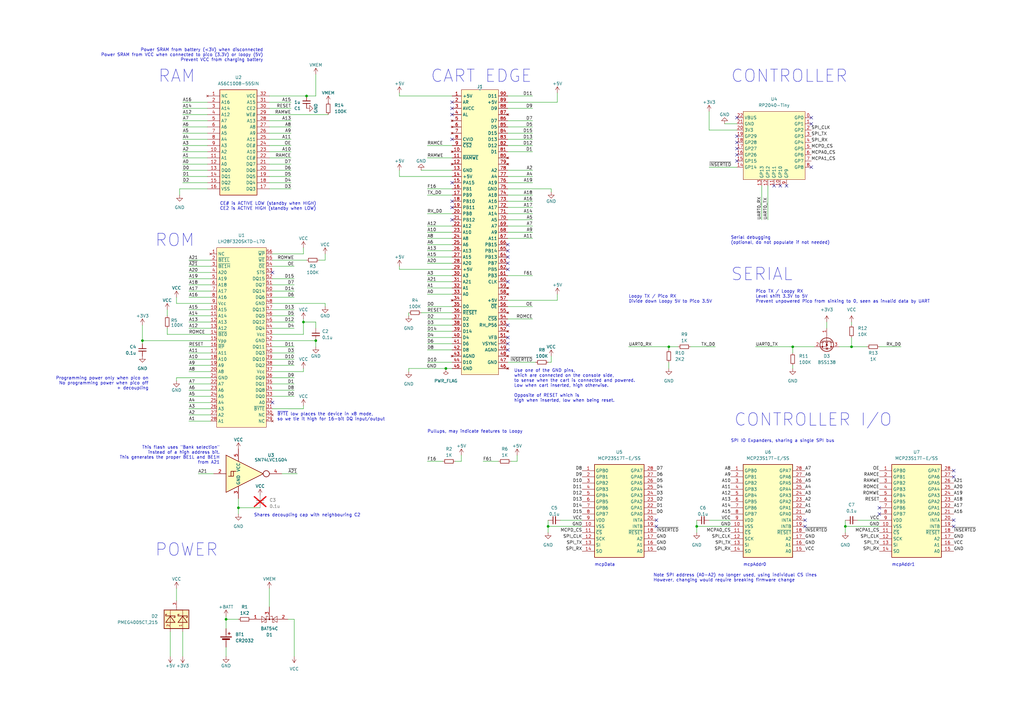
<source format=kicad_sch>
(kicad_sch (version 20250114) (generator "eeschema") (generator_version "9.0")
  (paper "A3")
  (title_block (title "FloopyDrive") (date "2024-01-30") (rev "10") (company "@partlyhuman"))
  (text "Use one of the GND pins,\nwhich are connected on the console side,\nto sense when the cart is connected and powered.\nLow when cart inserted, high otherwise.\n\nOpposite of RESET which is \nhigh when inserted, low when being reset." (at 210.82 165.1 0) (effects (font (size 1.27 1.27)) (justify left bottom)))
  (text "Power SRAM from battery (<3V) when disconnected\nPower SRAM from VCC when connected to pico (3.3V) or loopy (5V)\nPrevent VCC from charging battery" (at 107.95 25.4 0) (effects (font (size 1.27 1.27)) (justify right bottom)))
  (text "POWER" (at 63.5 228.6 0) (effects (font (size 5.08 5.08)) (justify left bottom)))
  (text "RAM" (at 64.77 34.29 0) (effects (font (size 5.08 5.08)) (justify left bottom)))
  (text "Shares decoupling cap with neighbouring C2" (at 104.14 212.09 0) (effects (font (size 1.27 1.27)) (justify left bottom)))
  (text "ROM" (at 63.5 101.6 0) (effects (font (size 5.08 5.08)) (justify left bottom)))
  (text "Loopy TX / Pico RX\nDivide down Loopy 5V to Pico 3.5V" (at 257.81 124.46 0) (effects (font (size 1.27 1.27)) (justify left bottom)))
  (text "CE# is ACTIVE LOW (standby when HIGH)\nCE2 is ACTIVE HIGH (standby when LOW)" (at 90.17 86.36 0) (effects (font (size 1.27 1.27)) (justify left bottom)))
  (text "Note SPI address (A0-A2) no longer used, using individual CS lines\nHowever, changing would require breaking firmware change" (at 267.97 238.76 0) (effects (font (size 1.27 1.27)) (justify left bottom)))
  (text "CART EDGE" (at 176.53 34.29 0) (effects (font (size 5.08 5.08)) (justify left bottom)))
  (text "mcpAddr0" (at 304.8 232.41 0) (effects (font (size 1.27 1.27)) (justify left bottom)))
  (text "mcpAddr1" (at 365.76 232.41 0) (effects (font (size 1.27 1.27)) (justify left bottom)))
  (text "This flash uses \"Bank selection\"\ninstead of a high address bit.\nThis generates the proper BE1L and BE1H\nfrom A21" (at 90.17 190.5 0) (effects (font (size 1.27 1.27)) (justify right bottom)))
  (text "Programming power only when pico on\nNo programming power when pico off\n+ decoupling" (at 60.96 160.02 0) (effects (font (size 1.27 1.27)) (justify right bottom)))
  (text "Pullups, may indicate features to Loopy" (at 175.26 177.8 0) (effects (font (size 1.27 1.27)) (justify left bottom)))
  (text "Serial debugging\n(optional, do not populate if not needed)" (at 299.72 100.33 0) (effects (font (size 1.27 1.27)) (justify left bottom)))
  (text "Pico TX / Loopy RX\nLevel shift 3.3V to 5V\nPrevent unpowered Pico from sinking to 0, seen as invalid data by UART" (at 309.88 124.46 0) (effects (font (size 1.27 1.27)) (justify left bottom)))
  (text "SERIAL" (at 299.72 115.57 0) (effects (font (size 5.08 5.08)) (justify left bottom)))
  (text "SPI IO Expanders, sharing a single SPI bus" (at 299.72 181.61 0) (effects (font (size 1.27 1.27)) (justify left bottom)))
  (text "~{BYTE} low places the device in x8 mode,\nso we tie it high for 16-bit DQ input/output" (at 113.665 172.72 0) (effects (font (size 1.27 1.27)) (justify left bottom)))
  (text "CONTROLLER" (at 299.72 34.29 0) (effects (font (size 5.08 5.08)) (justify left bottom)))
  (text "CONTROLLER I/O" (at 300.99 175.26 0) (effects (font (size 5.08 5.08)) (justify left bottom)))
  (text "mcpData" (at 243.84 232.41 0) (effects (font (size 1.27 1.27)) (justify left bottom)))
  (junction (at 129.54 139.7))
  (junction (at 125.73 39.37))
  (junction (at 274.32 142.24))
  (junction (at 346.71 215.9))
  (junction (at 182.88 151.13))
  (junction (at 224.79 215.9))
  (junction (at 285.75 215.9))
  (junction (at 97.79 208.28))
  (junction (at 124.46 132.08))
  (junction (at 58.42 139.7))
  (junction (at 325.12 142.24))
  (junction (at 92.71 254))
  (junction (at 349.25 142.24))
  (no_connect (at 322.58 76.2))
  (no_connect (at 302.26 55.88))
  (no_connect (at 391.16 215.9))
  (no_connect (at 302.26 58.42))
  (no_connect (at 269.24 213.36))
  (no_connect (at 330.2 215.9))
  (no_connect (at 185.42 44.45))
  (no_connect (at 185.42 85.09))
  (no_connect (at 391.16 213.36))
  (no_connect (at 208.28 107.95))
  (no_connect (at 185.42 74.93))
  (no_connect (at 391.16 193.04))
  (no_connect (at 332.74 48.26))
  (no_connect (at 302.26 66.04))
  (no_connect (at 302.26 63.5))
  (no_connect (at 111.76 111.76))
  (no_connect (at 391.16 195.58))
  (no_connect (at 317.5 76.2))
  (no_connect (at 208.28 102.87))
  (no_connect (at 208.28 143.51))
  (no_connect (at 269.24 215.9))
  (no_connect (at 330.2 213.36))
  (no_connect (at 185.42 90.17))
  (no_connect (at 208.28 105.41))
  (no_connect (at 360.68 210.82))
  (no_connect (at 208.28 133.35))
  (no_connect (at 302.26 48.26))
  (no_connect (at 185.42 57.15))
  (no_connect (at 185.42 46.99))
  (no_connect (at 208.28 138.43))
  (no_connect (at 302.26 60.96))
  (no_connect (at 208.28 100.33))
  (no_connect (at 332.74 68.58))
  (no_connect (at 185.42 41.91))
  (no_connect (at 320.04 76.2))
  (no_connect (at 208.28 110.49))
  (no_connect (at 185.42 82.55))
  (no_connect (at 208.28 115.57))
  (no_connect (at 208.28 140.97))
  (no_connect (at 111.76 165.1))
  (no_connect (at 360.68 208.28))
  (no_connect (at 332.74 50.8))
  (wire (pts (xy 167.64 152.4) (xy 167.64 151.13)))
  (wire (pts (xy 74.93 52.07) (xy 85.09 52.07)))
  (wire (pts (xy 72.39 241.3) (xy 72.39 246.38)))
  (wire (pts (xy 111.76 129.54) (xy 120.65 129.54)))
  (wire (pts (xy 290.83 53.34) (xy 302.26 53.34)))
  (wire (pts (xy 175.26 100.33) (xy 185.42 100.33)))
  (wire (pts (xy 74.93 46.99) (xy 85.09 46.99)))
  (wire (pts (xy 77.47 144.78) (xy 86.36 144.78)))
  (wire (pts (xy 208.28 97.79) (xy 218.44 97.79)))
  (wire (pts (xy 111.76 162.56) (xy 120.65 162.56)))
  (wire (pts (xy 208.28 59.69) (xy 218.44 59.69)))
  (wire (pts (xy 72.39 124.46) (xy 86.36 124.46)))
  (wire (pts (xy 77.47 119.38) (xy 86.36 119.38)))
  (wire (pts (xy 77.47 116.84) (xy 86.36 116.84)))
  (wire (pts (xy 111.76 121.92) (xy 120.65 121.92)))
  (wire (pts (xy 167.64 129.54) (xy 167.64 128.27)))
  (wire (pts (xy 228.6 41.91) (xy 228.6 38.1)))
  (wire (pts (xy 208.28 49.53) (xy 218.44 49.53)))
  (wire (pts (xy 175.26 133.35) (xy 185.42 133.35)))
  (wire (pts (xy 175.26 120.65) (xy 185.42 120.65)))
  (wire (pts (xy 110.49 241.3) (xy 110.49 248.92)))
  (wire (pts (xy 325.12 142.24) (xy 334.01 142.24)))
  (wire (pts (xy 74.93 41.91) (xy 85.09 41.91)))
  (wire (pts (xy 129.54 30.48) (xy 129.54 39.37)))
  (wire (pts (xy 312.42 76.2) (xy 312.42 90.17)))
  (wire (pts (xy 74.93 54.61) (xy 85.09 54.61)))
  (wire (pts (xy 167.64 151.13) (xy 182.88 151.13)))
  (wire (pts (xy 208.28 54.61) (xy 218.44 54.61)))
  (wire (pts (xy 175.26 92.71) (xy 185.42 92.71)))
  (wire (pts (xy 229.87 213.36) (xy 238.76 213.36)))
  (wire (pts (xy 111.76 154.94) (xy 120.65 154.94)))
  (wire (pts (xy 74.93 44.45) (xy 85.09 44.45)))
  (wire (pts (xy 175.26 138.43) (xy 185.42 138.43)))
  (wire (pts (xy 110.49 44.45) (xy 119.38 44.45)))
  (wire (pts (xy 77.47 152.4) (xy 86.36 152.4)))
  (wire (pts (xy 124.46 130.81) (xy 124.46 132.08)))
  (wire (pts (xy 97.79 208.28) (xy 106.68 208.28)))
  (wire (pts (xy 111.76 160.02) (xy 120.65 160.02)))
  (wire (pts (xy 189.23 189.23) (xy 189.23 186.69)))
  (wire (pts (xy 77.47 132.08) (xy 86.36 132.08)))
  (wire (pts (xy 325.12 149.86) (xy 325.12 151.13)))
  (wire (pts (xy 208.28 52.07) (xy 218.44 52.07)))
  (wire (pts (xy 208.28 113.03) (xy 218.44 113.03)))
  (wire (pts (xy 72.39 154.94) (xy 86.36 154.94)))
  (wire (pts (xy 111.76 127) (xy 120.65 127)))
  (wire (pts (xy 226.06 146.05) (xy 226.06 148.59)))
  (wire (pts (xy 74.93 49.53) (xy 85.09 49.53)))
  (wire (pts (xy 175.26 97.79) (xy 185.42 97.79)))
  (wire (pts (xy 344.17 142.24) (xy 349.25 142.24)))
  (wire (pts (xy 77.47 149.86) (xy 86.36 149.86)))
  (wire (pts (xy 111.76 132.08) (xy 120.65 132.08)))
  (wire (pts (xy 175.26 80.01) (xy 185.42 80.01)))
  (wire (pts (xy 111.76 124.46) (xy 133.35 124.46)))
  (wire (pts (xy 175.26 125.73) (xy 185.42 125.73)))
  (wire (pts (xy 163.83 110.49) (xy 185.42 110.49)))
  (wire (pts (xy 124.46 132.08) (xy 124.46 137.16)))
  (wire (pts (xy 208.28 123.19) (xy 228.6 123.19)))
  (wire (pts (xy 346.71 213.36) (xy 346.71 215.9)))
  (wire (pts (xy 77.47 106.68) (xy 86.36 106.68)))
  (wire (pts (xy 224.79 213.36) (xy 224.79 215.9)))
  (wire (pts (xy 133.35 124.46) (xy 133.35 125.73)))
  (wire (pts (xy 115.57 194.31) (xy 121.92 194.31)))
  (wire (pts (xy 68.58 127) (xy 68.58 129.54)))
  (wire (pts (xy 119.38 77.47) (xy 110.49 77.47)))
  (wire (pts (xy 129.54 134.62) (xy 129.54 132.08)))
  (wire (pts (xy 274.32 142.24) (xy 278.13 142.24)))
  (wire (pts (xy 74.93 67.31) (xy 85.09 67.31)))
  (wire (pts (xy 208.28 62.23) (xy 218.44 62.23)))
  (wire (pts (xy 92.71 254) (xy 92.71 257.81)))
  (wire (pts (xy 208.28 77.47) (xy 226.06 77.47)))
  (wire (pts (xy 77.47 114.3) (xy 86.36 114.3)))
  (wire (pts (xy 92.71 252.73) (xy 92.71 254)))
  (wire (pts (xy 208.28 72.39) (xy 218.44 72.39)))
  (wire (pts (xy 74.93 62.23) (xy 85.09 62.23)))
  (wire (pts (xy 198.12 189.23) (xy 204.47 189.23)))
  (wire (pts (xy 77.47 170.18) (xy 86.36 170.18)))
  (wire (pts (xy 77.47 134.62) (xy 86.36 134.62)))
  (wire (pts (xy 175.26 64.77) (xy 185.42 64.77)))
  (wire (pts (xy 92.71 265.43) (xy 92.71 269.24)))
  (wire (pts (xy 224.79 215.9) (xy 238.76 215.9)))
  (wire (pts (xy 163.83 72.39) (xy 185.42 72.39)))
  (wire (pts (xy 68.58 137.16) (xy 86.36 137.16)))
  (wire (pts (xy 163.83 39.37) (xy 185.42 39.37)))
  (wire (pts (xy 119.38 57.15) (xy 110.49 57.15)))
  (wire (pts (xy 133.35 106.68) (xy 133.35 104.14)))
  (wire (pts (xy 346.71 215.9) (xy 346.71 218.44)))
  (wire (pts (xy 257.81 142.24) (xy 274.32 142.24)))
  (wire (pts (xy 74.93 72.39) (xy 85.09 72.39)))
  (wire (pts (xy 119.38 69.85) (xy 110.49 69.85)))
  (wire (pts (xy 290.83 68.58) (xy 302.26 68.58)))
  (wire (pts (xy 74.93 64.77) (xy 85.09 64.77)))
  (wire (pts (xy 74.93 69.85) (xy 85.09 69.85)))
  (wire (pts (xy 77.47 162.56) (xy 86.36 162.56)))
  (wire (pts (xy 119.38 54.61) (xy 110.49 54.61)))
  (wire (pts (xy 92.71 254) (xy 97.79 254)))
  (wire (pts (xy 110.49 41.91) (xy 119.38 41.91)))
  (wire (pts (xy 97.79 204.47) (xy 97.79 208.28)))
  (wire (pts (xy 72.39 124.46) (xy 72.39 121.92)))
  (wire (pts (xy 339.09 132.08) (xy 339.09 134.62)))
  (wire (pts (xy 77.47 121.92) (xy 86.36 121.92)))
  (wire (pts (xy 175.26 148.59) (xy 185.42 148.59)))
  (wire (pts (xy 208.28 39.37) (xy 218.44 39.37)))
  (wire (pts (xy 175.26 105.41) (xy 185.42 105.41)))
  (wire (pts (xy 274.32 142.24) (xy 274.32 143.51)))
  (wire (pts (xy 274.32 148.59) (xy 274.32 151.13)))
  (wire (pts (xy 111.76 104.14) (xy 124.46 104.14)))
  (wire (pts (xy 175.26 87.63) (xy 185.42 87.63)))
  (wire (pts (xy 74.93 74.93) (xy 85.09 74.93)))
  (wire (pts (xy 290.83 45.72) (xy 290.83 53.34)))
  (wire (pts (xy 175.26 102.87) (xy 185.42 102.87)))
  (wire (pts (xy 119.38 72.39) (xy 110.49 72.39)))
  (wire (pts (xy 186.69 189.23) (xy 189.23 189.23)))
  (wire (pts (xy 77.47 167.64) (xy 86.36 167.64)))
  (wire (pts (xy 111.76 116.84) (xy 120.65 116.84)))
  (wire (pts (xy 325.12 142.24) (xy 325.12 144.78)))
  (wire (pts (xy 119.38 62.23) (xy 110.49 62.23)))
  (wire (pts (xy 208.28 41.91) (xy 228.6 41.91)))
  (wire (pts (xy 119.38 74.93) (xy 110.49 74.93)))
  (wire (pts (xy 77.47 147.32) (xy 86.36 147.32)))
  (wire (pts (xy 175.26 113.03) (xy 185.42 113.03)))
  (wire (pts (xy 285.75 215.9) (xy 285.75 218.44)))
  (wire (pts (xy 208.28 130.81) (xy 218.44 130.81)))
  (wire (pts (xy 208.28 69.85) (xy 218.44 69.85)))
  (wire (pts (xy 124.46 101.6) (xy 124.46 104.14)))
  (wire (pts (xy 111.76 144.78) (xy 120.65 144.78)))
  (wire (pts (xy 119.38 52.07) (xy 110.49 52.07)))
  (wire (pts (xy 228.6 123.19) (xy 228.6 120.65)))
  (wire (pts (xy 119.38 49.53) (xy 110.49 49.53)))
  (wire (pts (xy 124.46 167.64) (xy 124.46 166.37)))
  (wire (pts (xy 175.26 130.81) (xy 185.42 130.81)))
  (wire (pts (xy 111.76 142.24) (xy 120.65 142.24)))
  (wire (pts (xy 77.47 129.54) (xy 86.36 129.54)))
  (wire (pts (xy 58.42 139.7) (xy 86.36 139.7)))
  (wire (pts (xy 73.66 80.01) (xy 73.66 77.47)))
  (wire (pts (xy 208.28 74.93) (xy 218.44 74.93)))
  (wire (pts (xy 163.83 110.49) (xy 163.83 109.22)))
  (wire (pts (xy 129.54 139.7) (xy 129.54 142.24)))
  (wire (pts (xy 163.83 39.37) (xy 163.83 38.1)))
  (wire (pts (xy 349.25 142.24) (xy 355.6 142.24)))
  (wire (pts (xy 175.26 135.89) (xy 185.42 135.89)))
  (wire (pts (xy 283.21 142.24) (xy 293.37 142.24)))
  (wire (pts (xy 212.09 189.23) (xy 212.09 186.69)))
  (wire (pts (xy 285.75 215.9) (xy 299.72 215.9)))
  (wire (pts (xy 297.18 50.8) (xy 302.26 50.8)))
  (wire (pts (xy 175.26 189.23) (xy 181.61 189.23)))
  (wire (pts (xy 73.66 77.47) (xy 85.09 77.47)))
  (wire (pts (xy 226.06 77.47) (xy 226.06 78.74)))
  (wire (pts (xy 208.28 57.15) (xy 218.44 57.15)))
  (wire (pts (xy 111.76 167.64) (xy 124.46 167.64)))
  (wire (pts (xy 124.46 152.4) (xy 124.46 151.13)))
  (wire (pts (xy 77.47 157.48) (xy 86.36 157.48)))
  (wire (pts (xy 349.25 132.08) (xy 349.25 133.35)))
  (wire (pts (xy 208.28 80.01) (xy 218.44 80.01)))
  (wire (pts (xy 58.42 140.97) (xy 58.42 139.7)))
  (wire (pts (xy 346.71 215.9) (xy 360.68 215.9)))
  (wire (pts (xy 110.49 46.99) (xy 134.62 46.99)))
  (wire (pts (xy 110.49 39.37) (xy 125.73 39.37)))
  (wire (pts (xy 208.28 87.63) (xy 218.44 87.63)))
  (wire (pts (xy 120.65 254) (xy 118.11 254)))
  (wire (pts (xy 226.06 148.59) (xy 224.79 148.59)))
  (wire (pts (xy 208.28 82.55) (xy 218.44 82.55)))
  (wire (pts (xy 175.26 107.95) (xy 185.42 107.95)))
  (wire (pts (xy 77.47 109.22) (xy 86.36 109.22)))
  (wire (pts (xy 97.79 208.28) (xy 97.79 210.82)))
  (wire (pts (xy 111.76 152.4) (xy 124.46 152.4)))
  (wire (pts (xy 182.88 151.13) (xy 185.42 151.13)))
  (wire (pts (xy 285.75 213.36) (xy 285.75 215.9)))
  (wire (pts (xy 111.76 119.38) (xy 120.65 119.38)))
  (wire (pts (xy 175.26 95.25) (xy 185.42 95.25)))
  (wire (pts (xy 208.28 44.45) (xy 218.44 44.45)))
  (wire (pts (xy 314.96 76.2) (xy 314.96 90.17)))
  (wire (pts (xy 163.83 69.85) (xy 163.83 72.39)))
  (wire (pts (xy 208.28 125.73) (xy 218.44 125.73)))
  (wire (pts (xy 111.76 139.7) (xy 129.54 139.7)))
  (wire (pts (xy 74.93 259.08) (xy 74.93 269.24)))
  (wire (pts (xy 77.47 165.1) (xy 86.36 165.1)))
  (wire (pts (xy 130.81 106.68) (xy 133.35 106.68)))
  (wire (pts (xy 208.28 148.59) (xy 219.71 148.59)))
  (wire (pts (xy 299.72 213.36) (xy 290.83 213.36)))
  (wire (pts (xy 111.76 157.48) (xy 120.65 157.48)))
  (wire (pts (xy 111.76 134.62) (xy 120.65 134.62)))
  (wire (pts (xy 72.39 154.94) (xy 72.39 156.21)))
  (wire (pts (xy 110.49 64.77) (xy 119.38 64.77)))
  (wire (pts (xy 111.76 114.3) (xy 120.65 114.3)))
  (wire (pts (xy 68.58 134.62) (xy 68.58 137.16)))
  (wire (pts (xy 208.28 85.09) (xy 218.44 85.09)))
  (wire (pts (xy 77.47 142.24) (xy 86.36 142.24)))
  (wire (pts (xy 81.28 194.31) (xy 87.63 194.31)))
  (wire (pts (xy 175.26 143.51) (xy 185.42 143.51)))
  (wire (pts (xy 309.88 142.24) (xy 325.12 142.24)))
  (wire (pts (xy 175.26 115.57) (xy 185.42 115.57)))
  (wire (pts (xy 172.72 69.85) (xy 185.42 69.85)))
  (wire (pts (xy 349.25 138.43) (xy 349.25 142.24)))
  (wire (pts (xy 77.47 172.72) (xy 86.36 172.72)))
  (wire (pts (xy 208.28 92.71) (xy 218.44 92.71)))
  (wire (pts (xy 119.38 59.69) (xy 110.49 59.69)))
  (wire (pts (xy 209.55 189.23) (xy 212.09 189.23)))
  (wire (pts (xy 175.26 77.47) (xy 185.42 77.47)))
  (wire (pts (xy 111.76 147.32) (xy 120.65 147.32)))
  (wire (pts (xy 175.26 118.11) (xy 185.42 118.11)))
  (wire (pts (xy 124.46 132.08) (xy 129.54 132.08)))
  (wire (pts (xy 69.85 259.08) (xy 69.85 269.24)))
  (wire (pts (xy 360.68 142.24) (xy 369.57 142.24)))
  (wire (pts (xy 120.65 269.24) (xy 120.65 254)))
  (wire (pts (xy 208.28 95.25) (xy 218.44 95.25)))
  (wire (pts (xy 74.93 59.69) (xy 85.09 59.69)))
  (wire (pts (xy 77.47 111.76) (xy 86.36 111.76)))
  (wire (pts (xy 111.76 106.68) (xy 125.73 106.68)))
  (wire (pts (xy 172.72 128.27) (xy 185.42 128.27)))
  (wire (pts (xy 111.76 137.16) (xy 124.46 137.16)))
  (wire (pts (xy 175.26 140.97) (xy 185.42 140.97)))
  (wire (pts (xy 129.54 39.37) (xy 125.73 39.37)))
  (wire (pts (xy 175.26 59.69) (xy 185.42 59.69)))
  (wire (pts (xy 224.79 215.9) (xy 224.79 218.44)))
  (wire (pts (xy 111.76 149.86) (xy 120.65 149.86)))
  (wire (pts (xy 111.76 109.22) (xy 120.65 109.22)))
  (wire (pts (xy 77.47 160.02) (xy 86.36 160.02)))
  (wire (pts (xy 119.38 67.31) (xy 110.49 67.31)))
  (wire (pts (xy 58.42 133.35) (xy 58.42 139.7)))
  (wire (pts (xy 74.93 57.15) (xy 85.09 57.15)))
  (wire (pts (xy 208.28 90.17) (xy 218.44 90.17)))
  (wire (pts (xy 77.47 127) (xy 86.36 127)))
  (wire (pts (xy 360.68 213.36) (xy 351.79 213.36)))
  (label "A4" (at 74.93 57.15 0))
  (label "A18" (at 391.16 205.74 0))
  (label "D12" (at 238.76 203.2 180))
  (label "D6" (at 269.24 195.58 0))
  (label "D4" (at 269.24 200.66 0))
  (label "GND" (at 330.2 220.98 0))
  (label "SPI_TX" (at 238.76 223.52 180))
  (label "A1" (at 175.26 118.11 0))
  (label "F16" (at 175.26 189.23 0))
  (label "A3" (at 74.93 59.69 0))
  (label "A1" (at 74.93 64.77 0))
  (label "MCPD_CS" (at 238.76 218.44 180))
  (label "UART0_RX" (at 312.42 90.17 90))
  (label "OE" (at 119.38 59.69 180))
  (label "RX_D0" (at 175.26 87.63 0))
  (label "D9" (at 120.65 154.94 180))
  (label "A5" (at 330.2 198.12 0))
  (label "D5" (at 120.65 129.54 180))
  (label "A0" (at 175.26 120.65 0))
  (label "D7" (at 218.44 49.53 180))
  (label "A21" (at 391.16 198.12 0))
  (label "A11" (at 119.38 57.15 180))
  (label "MCPA0_CS" (at 332.74 63.5 0))
  (label "SPI_CLK" (at 299.72 220.98 180))
  (label "D8" (at 238.76 193.04 180))
  (label "RESET" (at 360.68 205.74 180))
  (label "D0" (at 175.26 125.73 0))
  (label "A16" (at 77.47 121.92 0))
  (label "D9" (at 238.76 195.58 180))
  (label "~{A21}" (at 77.47 109.22 0))
  (label "VCC" (at 330.2 226.06 0))
  (label "A8" (at 77.47 152.4 0))
  (label "SPI_RX" (at 332.74 58.42 0))
  (label "D2" (at 120.65 149.86 180))
  (label "D7" (at 119.38 67.31 180))
  (label "D1" (at 218.44 62.23 180))
  (label "D5" (at 119.38 72.39 180))
  (label "A7" (at 218.44 92.71 180))
  (label "A11" (at 299.72 200.66 180))
  (label "D7" (at 269.24 193.04 0))
  (label "MCPA1_CS" (at 360.68 218.44 180))
  (label "A18" (at 77.47 116.84 0))
  (label "D0" (at 269.24 210.82 0))
  (label "A2" (at 77.47 170.18 0))
  (label "SPI_TX" (at 299.72 223.52 180))
  (label "ROMWE" (at 120.65 106.68 180))
  (label "D14" (at 120.65 119.38 180))
  (label "A13" (at 299.72 205.74 180))
  (label "A9" (at 299.72 195.58 180))
  (label "SPI_RX" (at 238.76 226.06 180))
  (label "RX_D0" (at 369.57 142.24 180))
  (label "SPI_TX" (at 360.68 223.52 180))
  (label "OE" (at 120.65 109.22 180))
  (label "VCC" (at 360.68 213.36 180))
  (label "D8" (at 175.26 143.51 0))
  (label "A12" (at 77.47 134.62 0))
  (label "GND" (at 269.24 223.52 0))
  (label "RAMWE" (at 119.38 46.99 180))
  (label "MCPA0_CS" (at 299.72 218.44 180))
  (label "A15" (at 175.26 105.41 0))
  (label "SPI_RX" (at 360.68 226.06 180))
  (label "A5" (at 218.44 90.17 180))
  (label "SPI_CLK" (at 238.76 220.98 180))
  (label "GND" (at 238.76 215.9 180))
  (label "UART0_RX" (at 257.81 142.24 0))
  (label "D10" (at 175.26 148.59 0))
  (label "D3" (at 175.26 133.35 0))
  (label "ROMCE" (at 77.47 137.16 0))
  (label "A20" (at 77.47 111.76 0))
  (label "D1" (at 74.93 72.39 0))
  (label "A9" (at 218.44 95.25 180))
  (label "MCPD_CS" (at 332.74 60.96 0))
  (label "A14" (at 77.47 129.54 0))
  (label "A10" (at 119.38 62.23 180))
  (label "A10" (at 175.26 95.25 0))
  (label "~{INSERTED}" (at 218.44 148.59 180))
  (label "A15" (at 77.47 127 0))
  (label "ROMCE" (at 360.68 200.66 180))
  (label "D14" (at 238.76 208.28 180))
  (label "D13" (at 120.65 127 180))
  (label "D7" (at 120.65 116.84 180))
  (label "F61" (at 218.44 113.03 180))
  (label "A13" (at 175.26 102.87 0))
  (label "RESET" (at 119.38 44.45 180))
  (label "D3" (at 119.38 77.47 180))
  (label "A4" (at 330.2 200.66 0))
  (label "A7" (at 77.47 157.48 0))
  (label "SPI_CLK" (at 332.74 53.34 0))
  (label "A21" (at 175.26 115.57 0))
  (label "A14" (at 218.44 87.63 180))
  (label "A0" (at 330.2 210.82 0))
  (label "D11" (at 238.76 200.66 180))
  (label "GND" (at 391.16 220.98 0))
  (label "OE" (at 218.44 125.73 180))
  (label "D15" (at 238.76 210.82 180))
  (label "A8" (at 119.38 52.07 180))
  (label "A2" (at 330.2 205.74 0))
  (label "A8" (at 299.72 193.04 180))
  (label "A16" (at 391.16 210.82 0))
  (label "A11" (at 77.47 144.78 0))
  (label "D6" (at 119.38 69.85 180))
  (label "~{INSERTED}" (at 290.83 68.58 0))
  (label "A1" (at 77.47 172.72 0))
  (label "A6" (at 175.26 100.33 0))
  (label "F16" (at 175.26 77.47 0))
  (label "UART0_TX" (at 309.88 142.24 0))
  (label "D12" (at 218.44 59.69 180))
  (label "A16" (at 74.93 41.91 0))
  (label "D3" (at 269.24 203.2 0))
  (label "A21" (at 81.28 194.31 0))
  (label "A10" (at 299.72 198.12 180))
  (label "D11" (at 218.44 39.37 180))
  (label "A3" (at 175.26 113.03 0))
  (label "~{INSERTED}" (at 391.16 218.44 0))
  (label "A21" (at 77.47 106.68 0))
  (label "A11" (at 218.44 97.79 180))
  (label "SPI_TX" (at 332.74 55.88 0))
  (label "GND" (at 360.68 215.9 180))
  (label "A12" (at 299.72 203.2 180))
  (label "A19" (at 77.47 114.3 0))
  (label "A12" (at 175.26 92.71 0))
  (label "D15" (at 120.65 114.3 180))
  (label "D8" (at 120.65 160.02 180))
  (label "A5" (at 77.47 162.56 0))
  (label "GND" (at 391.16 226.06 0))
  (label "A13" (at 119.38 49.53 180))
  (label "A3" (at 330.2 203.2 0))
  (label "A18" (at 218.44 80.01 180))
  (label "D0" (at 120.65 162.56 180))
  (label "A6" (at 330.2 195.58 0))
  (label "RAMCE" (at 119.38 64.77 180))
  (label "D2" (at 269.24 205.74 0))
  (label "TX_D0" (at 175.26 80.01 0))
  (label "D13" (at 238.76 205.74 180))
  (label "A0" (at 74.93 67.31 0))
  (label "ROMWE" (at 360.68 203.2 180))
  (label "A15" (at 119.38 41.91 180))
  (label "VCC" (at 238.76 213.36 180))
  (label "A14" (at 74.93 44.45 0))
  (label "GND" (at 269.24 226.06 0))
  (label "~{A21}" (at 121.92 194.31 180))
  (label "D6" (at 120.65 121.92 180))
  (label "D1" (at 269.24 208.28 0))
  (label "A4" (at 218.44 72.39 180))
  (label "A8" (at 175.26 97.79 0))
  (label "D5" (at 218.44 52.07 180))
  (label "D2" (at 74.93 74.93 0))
  (label "D9" (at 218.44 44.45 180))
  (label "A10" (at 77.47 147.32 0))
  (label "D0" (at 74.93 69.85 0))
  (label "D10" (at 238.76 198.12 180))
  (label "SPI_RX" (at 299.72 226.06 180))
  (label "GND" (at 179.07 151.13 180))
  (label "D1" (at 120.65 157.48 180))
  (label "A16" (at 218.44 82.55 180))
  (label "GND" (at 299.72 215.9 180))
  (label "A5" (at 74.93 54.61 0))
  (label "VCC" (at 391.16 223.52 0))
  (label "A6" (at 74.93 52.07 0))
  (label "A2" (at 74.93 62.23 0))
  (label "D2" (at 175.26 130.81 0))
  (label "TX_D0" (at 293.37 142.24 180))
  (label "A9" (at 119.38 54.61 180))
  (label "~{INSERTED}" (at 330.2 218.44 0))
  (label "D12" (at 120.65 132.08 180))
  (label "A3" (at 77.47 167.64 0))
  (label "MCPA1_CS" (at 332.74 66.04 0))
  (label "UART0_TX" (at 314.96 90.17 90))
  (label "A2" (at 218.44 69.85 180))
  (label "A9" (at 77.47 149.86 0))
  (label "A7" (at 330.2 193.04 0))
  (label "A6" (at 77.47 160.02 0))
  (label "A12" (at 74.93 46.99 0))
  (label "D15" (at 218.44 54.61 180))
  (label "A19" (at 218.44 74.93 180))
  (label "VCC" (at 299.72 213.36 180))
  (label "A7" (at 74.93 49.53 0))
  (label "GND" (at 269.24 220.98 0))
  (label "D13" (at 218.44 57.15 180))
  (label "A17" (at 391.16 208.28 0))
  (label "A20" (at 175.26 107.95 0))
  (label "D4" (at 119.38 74.93 180))
  (label "D11" (at 120.65 142.24 180))
  (label "A13" (at 77.47 132.08 0))
  (label "A15" (at 299.72 210.82 180))
  (label "D14" (at 175.26 135.89 0))
  (label "D6" (at 175.26 140.97 0))
  (label "D10" (at 120.65 147.32 180))
  (label "A19" (at 391.16 203.2 0))
  (label "RAMCE" (at 175.26 59.69 0))
  (label "A17" (at 77.47 119.38 0))
  (label "F61" (at 198.12 189.23 0))
  (label "GND" (at 330.2 223.52 0))
  (label "RESET" (at 175.26 128.27 0))
  (label "A20" (at 391.16 200.66 0))
  (label "D3" (at 120.65 144.78 180))
  (label "D4" (at 120.65 134.62 180))
  (label "ROMCE" (at 218.44 130.81 180))
  (label "OE" (at 360.68 193.04 180))
  (label "A17" (at 218.44 85.09 180))
  (label "RAMWE" (at 175.26 64.77 0))
  (label "SPI_CLK" (at 360.68 220.98 180))
  (label "~{INSERTED}" (at 269.24 218.44 0))
  (label "RAMCE" (at 360.68 195.58 180))
  (label "A4" (at 77.47 165.1 0))
  (label "RESET" (at 77.47 142.24 0))
  (label "A14" (at 299.72 208.28 180))
  (label "D4" (at 175.26 138.43 0))
  (label "A1" (at 330.2 208.28 0))
  (label "D5" (at 269.24 198.12 0))
  (label "RAMWE" (at 360.68 198.12 180))
  (symbol (lib_id "Device:C_Small") (at 58.42 143.51 0) (unit 1)
    (property "Reference" "C4" (at 55.88 142.2463 0) (effects (justify right)))
    (property "Value" "0.1u" (at 55.88 144.7863 0) (effects (justify right)))
    (property "Footprint" "Capacitor_SMD:C_0805_2012Metric_Pad1.18x1.45mm_HandSolder" (effects (hide yes)))
  )
  (symbol (lib_id "power:+5V") (at 69.85 269.24 0) (mirror x) (unit 1)
    (property "Reference" "#PWR045" (effects (hide yes)))
    (property "Value" "+5V" (at 69.85 273.05 0))
  )
  (symbol (lib_id "power:VCC") (at 124.46 101.6 0) (mirror y) (unit 1)
    (property "Reference" "#PWR019" (effects (hide yes)))
    (property "Value" "VCC" (at 124.46 97.79 0))
  )
  (symbol (lib_id "Device:R_Small") (at 128.27 106.68 270) (mirror x) (unit 1)
    (property "Reference" "R3" (at 128.27 109.22 90))
    (property "Value" "100K" (at 128.27 111.76 90))
    (property "Footprint" "Resistor_SMD:R_0805_2012Metric_Pad1.20x1.40mm_HandSolder" (effects (hide yes)))
  )
  (symbol (lib_id "power:VCC") (at 124.46 130.81 0) (unit 1)
    (property "Reference" "#PWR018" (effects (hide yes)))
    (property "Value" "VCC" (at 124.46 127 0))
  )
  (symbol (lib_id "power:+BATT") (at 92.71 252.73 0) (mirror y) (unit 1)
    (property "Reference" "#PWR015" (effects (hide yes)))
    (property "Value" "+BATT" (at 92.71 248.92 0))
  )
  (symbol (lib_id "power:GND") (at 167.64 129.54 0) (unit 1)
    (property "Reference" "#PWR05" (effects (hide yes)))
    (property "Value" "GND" (at 167.64 134.62 0))
  )
  (symbol (lib_id "74xGxx:SN74LVC1G14DBV") (at 97.79 194.31 0) (unit 1)
    (property "Reference" "U3" (at 111.125 186.69 0))
    (property "Value" "SN74LVC1G04" (at 111.125 188.611 0))
    (property "Footprint" "Package_TO_SOT_SMD:SOT-23-5" (effects (hide yes)))
    (property "Datasheet" "http://www.ti.com/lit/ds/symlink/sn74lvc1g14.pdf" (effects (hide yes)))
  )
  (symbol (lib_id "power:GND") (at 297.18 50.8 180) (unit 1)
    (property "Reference" "#PWR035" (effects (hide yes)))
    (property "Value" "GND" (at 297.18 46.99 0))
  )
  (symbol (lib_id "power:VMEM") (at 134.62 41.91 0) (unit 1)
    (property "Reference" "#PWR09" (effects (hide yes)))
    (property "Value" "VMEM" (at 134.62 38.1 0))
  )
  (symbol (lib_id "Device:C_Small") (at 129.54 137.16 0) (mirror y) (unit 1)
    (property "Reference" "C2" (at 132.08 135.89 0) (effects (justify right)))
    (property "Value" "0.1u" (at 132.08 138.43 0) (effects (justify right)))
    (property "Footprint" "Capacitor_SMD:C_0805_2012Metric_Pad1.18x1.45mm_HandSolder" (effects (hide yes)))
  )
  (symbol (lib_id "LOOPY_SRAM:AS6C1008-55SIN") (at 85.09 39.37 0) (unit 1)
    (property "Reference" "U2" (at 97.79 31.75 0))
    (property "Value" "AS6C1008-55SIN" (at 97.79 34.29 0))
    (property "Footprint" "LOOPY_SRAM:SOIC127P1410X300-32N" (effects (hide yes)))
    (property "Datasheet" "https://componentsearchengine.com/Datasheets/2/AS6C1008-55SIN.pdf" (effects (hide yes)))
    (property "Height" "2.997" (effects (hide yes)))
    (property "Manufacturer_Name" "Alliance Memory" (effects (hide yes)))
    (property "Manufacturer_Part_Number" "AS6C1008-55SIN" (effects (hide yes)))
    (property "Mouser Part Number" "913-AS6C1008-55SIN" (effects (hide yes)))
    (property "Mouser Price/Stock" "https://www.mouser.co.uk/ProductDetail/Alliance-Memory/AS6C1008-55SIN?qs=E5c5%252Bmu3i3%2Fl%252BBumPw8Ghw%3D%3D" (effects (hide yes)))
  )
  (symbol (lib_id "LOOPY_Diode:PMEG2005CT_215") (at 72.39 254 270) (mirror x) (unit 1)
    (property "Reference" "D2" (at 64.77 252.73 90) (effects (justify right)))
    (property "Value" "PMEG4005CT,215" (at 64.77 255.27 90) (effects (justify right)))
    (property "Footprint" "Package_TO_SOT_SMD:SOT-23-3" (effects (hide yes)))
    (property "Datasheet" "https://assets.nexperia.com/documents/data-sheet/PMEG2005CT.pdf" (effects (hide yes)))
  )
  (symbol (lib_id "power:GND") (at 72.39 156.21 0) (unit 1)
    (property "Reference" "#PWR020" (effects (hide yes)))
    (property "Value" "GND" (at 72.39 160.02 0))
  )
  (symbol (lib_id "power:GND") (at 58.42 146.05 0) (unit 1)
    (property "Reference" "#PWR030" (effects (hide yes)))
    (property "Value" "GND" (at 58.42 151.13 0))
  )
  (symbol (lib_id "Transistor_FET:BSS138") (at 339.09 139.7 270) (unit 1)
    (property "Reference" "D3" (at 339.09 146.05 90))
    (property "Value" "BSS138" (at 339.09 148.59 90))
    (property "Footprint" "Package_TO_SOT_SMD:SOT-23" (effects (hide yes)))
    (property "Datasheet" "https://www.onsemi.com/pub/Collateral/BSS138-D.PDF" (effects (hide yes)))
  )
  (symbol (lib_id "power:+3V3") (at 58.42 133.35 0) (unit 1)
    (property "Reference" "#PWR043" (effects (hide yes)))
    (property "Value" "+3V3" (at 58.42 129.54 0))
  )
  (symbol (lib_id "power:VCC") (at 68.58 127 0) (unit 1)
    (property "Reference" "#PWR023" (effects (hide yes)))
    (property "Value" "VCC" (at 68.58 123.19 0))
  )
  (symbol (lib_id "Device:R_Small") (at 184.15 189.23 90) (unit 1)
    (property "Reference" "R2" (at 184.15 184.15 90))
    (property "Value" "1K" (at 184.15 186.69 90))
    (property "Footprint" "Resistor_SMD:R_0805_2012Metric_Pad1.20x1.40mm_HandSolder" (effects (hide yes)))
  )
  (symbol (lib_id "power:VCC") (at 226.06 146.05 0) (unit 1)
    (property "Reference" "#PWR038" (effects (hide yes)))
    (property "Value" "VCC" (at 226.06 142.24 0))
  )
  (symbol (lib_id "power:+3V3") (at 290.83 45.72 0) (unit 1)
    (property "Reference" "#PWR037" (effects (hide yes)))
    (property "Value" "+3V3" (at 290.83 41.91 0))
  )
  (symbol (lib_id "Device:R_Small") (at 134.62 44.45 0) (unit 1)
    (property "Reference" "R14" (at 137.16 43.18 0) (effects (justify left)))
    (property "Value" "100K" (at 137.16 45.72 0) (effects (justify left)))
    (property "Footprint" "Resistor_SMD:R_0805_2012Metric_Pad1.20x1.40mm_HandSolder" (effects (hide yes)))
  )
  (symbol (lib_id "power:GND") (at 167.64 152.4 0) (unit 1)
    (property "Reference" "#PWR010" (effects (hide yes)))
    (property "Value" "GND" (at 167.64 157.48 0))
  )
  (symbol (lib_id "Device:C_Small") (at 349.25 213.36 90) (unit 1)
    (property "Reference" "C7" (at 349.2563 207.01 90))
    (property "Value" "0.1u" (at 349.2563 209.55 90))
    (property "Footprint" "Capacitor_SMD:C_0805_2012Metric_Pad1.18x1.45mm_HandSolder" (effects (hide yes)))
  )
  (symbol (lib_id "power:+5V") (at 163.83 69.85 0) (unit 1)
    (property "Reference" "#PWR01" (effects (hide yes)))
    (property "Value" "+5V" (at 163.83 66.04 0))
  )
  (symbol (lib_id "power:VCC") (at 72.39 241.3 0) (unit 1)
    (property "Reference" "#PWR08" (effects (hide yes)))
    (property "Value" "VCC" (at 72.39 237.49 0))
  )
  (symbol (lib_id "Device:R_Small") (at 349.25 135.89 0) (unit 1)
    (property "Reference" "R12" (at 351.79 134.62 0) (effects (justify left)))
    (property "Value" "10K" (at 351.79 137.16 0) (effects (justify left)))
    (property "Footprint" "Resistor_SMD:R_0805_2012Metric_Pad1.20x1.40mm_HandSolder" (effects (hide yes)))
  )
  (symbol (lib_id "power:VMEM") (at 110.49 241.3 0) (unit 1)
    (property "Reference" "#PWR025" (effects (hide yes)))
    (property "Value" "VMEM" (at 110.49 237.49 0))
  )
  (symbol (lib_id "Device:C_Small") (at 288.29 213.36 90) (unit 1)
    (property "Reference" "C6" (at 288.2963 208.28 90))
    (property "Value" "0.1u" (at 288.2963 210.82 90))
    (property "Footprint" "Capacitor_SMD:C_0805_2012Metric_Pad1.18x1.45mm_HandSolder" (effects (hide yes)))
  )
  (symbol (lib_id "Device:R_Small") (at 325.12 147.32 180) (unit 1)
    (property "Reference" "R11" (at 327.66 146.05 0) (effects (justify right)))
    (property "Value" "100K" (at 327.66 148.59 0) (effects (justify right)))
    (property "Footprint" "Resistor_SMD:R_0805_2012Metric_Pad1.20x1.40mm_HandSolder" (effects (hide yes)))
  )
  (symbol (lib_id "power:VCC") (at 133.35 104.14 0) (mirror y) (unit 1)
    (property "Reference" "#PWR02" (effects (hide yes)))
    (property "Value" "VCC" (at 133.35 100.33 0))
  )
  (symbol (lib_id "Device:R_Small") (at 207.01 189.23 90) (unit 1)
    (property "Reference" "R6" (at 207.01 184.15 90))
    (property "Value" "1K" (at 207.01 186.69 90))
    (property "Footprint" "Resistor_SMD:R_0805_2012Metric_Pad1.20x1.40mm_HandSolder" (effects (hide yes)))
  )
  (symbol (lib_id "power:VCC") (at 349.25 132.08 0) (unit 1)
    (property "Reference" "#PWR013" (effects (hide yes)))
    (property "Value" "VCC" (at 349.25 127 0))
  )
  (symbol (lib_id "power:+5V") (at 228.6 38.1 0) (unit 1)
    (property "Reference" "#PWR047" (effects (hide yes)))
    (property "Value" "+5V" (at 228.6 34.29 0))
  )
  (symbol (lib_id "LOOPY_Flash:LH28F320SKTD-L70") (at 99.06 101.6 0) (unit 1)
    (property "Reference" "U1" (at 99.06 96.52 0))
    (property "Value" "LH28F320SKTD-L70" (at 99.06 99.06 0))
    (property "Footprint" "LOOPY_Flash:TSOP-I-56_18.4x14mm_P0.5mm-HandSolder" (effects (hide yes)))
    (property "Datasheet" "https://html.alldatasheet.com/html-pdf/43052/SHARP/LH28F320SKTD-L70/135/1/LH28F320SKTD-L70.html" (effects (hide yes)))
  )
  (symbol (lib_id "Device:R_Small") (at 68.58 132.08 0) (unit 1)
    (property "Reference" "R5" (at 70.0786 131.4363 0) (effects (justify left)))
    (property "Value" "100K" (at 70.0786 133.3573 0) (effects (justify left)))
    (property "Footprint" "Resistor_SMD:R_0805_2012Metric_Pad1.20x1.40mm_HandSolder" (effects (hide yes)))
  )
  (symbol (lib_id "power:VCC") (at 106.68 203.2 0) (unit 1)
    (property "Reference" "#PWR07" (effects (hide yes)))
    (property "Value" "VCC" (at 106.68 199.39 0))
  )
  (symbol (lib_id "Device:R_Small") (at 358.14 142.24 90) (unit 1)
    (property "Reference" "R13" (at 358.14 144.78 90))
    (property "Value" "1K" (at 358.14 147.32 90))
    (property "Footprint" "Resistor_SMD:R_0805_2012Metric_Pad1.20x1.40mm_HandSolder" (effects (hide yes)))
  )
  (symbol (lib_id "power:+5V") (at 212.09 186.69 0) (unit 1)
    (property "Reference" "#PWR028" (effects (hide yes)))
    (property "Value" "+5V" (at 212.09 182.88 0))
  )
  (symbol (lib_id "Device:C_Small") (at 106.68 205.74 0) (unit 1) (on_board no) (dnp yes)
    (property "Reference" "C3" (at 110.49 205.105 0) (effects (justify left)))
    (property "Value" "0.1u" (at 110.49 207.645 0) (effects (justify left)))
    (property "Footprint" "Capacitor_SMD:C_0805_2012Metric_Pad1.18x1.45mm_HandSolder" (effects (hide yes)))
  )
  (symbol (lib_id "power:+5V") (at 228.6 120.65 0) (unit 1)
    (property "Reference" "#PWR048" (effects (hide yes)))
    (property "Value" "+5V" (at 228.6 116.84 0))
  )
  (symbol (lib_id "power:GND") (at 224.79 218.44 0) (unit 1)
    (property "Reference" "#PWR032" (effects (hide yes)))
    (property "Value" "GND" (at 224.79 223.52 0))
  )
  (symbol (lib_id "Device:Battery_Cell") (at 92.71 262.89 0) (unit 1)
    (property "Reference" "BT1" (at 96.52 260.223 0) (effects (justify left)))
    (property "Value" "CR2032" (at 96.52 262.763 0) (effects (justify left)))
    (property "Footprint" "LOOPY_Cart:Keystone-3034TR-MFG" (effects (hide yes)))
  )
  (symbol (lib_id "power:GND") (at 226.06 78.74 0) (unit 1)
    (property "Reference" "#PWR026" (effects (hide yes)))
    (property "Value" "GND" (at 226.06 82.55 0))
  )
  (symbol (lib_id "power:GND") (at 172.72 69.85 180) (unit 1)
    (property "Reference" "#PWR039" (effects (hide yes)))
    (property "Value" "GND" (at 172.72 66.04 0))
  )
  (symbol (lib_id "Device:R_Small") (at 280.67 142.24 90) (unit 1)
    (property "Reference" "R9" (at 280.67 137.16 90))
    (property "Value" "1K" (at 280.67 139.7 90))
    (property "Footprint" "Resistor_SMD:R_0805_2012Metric_Pad1.20x1.40mm_HandSolder" (effects (hide yes)))
  )
  (symbol (lib_id "power:GND") (at 133.35 125.73 0) (unit 1)
    (property "Reference" "#PWR033" (effects (hide yes)))
    (property "Value" "GND" (at 133.35 129.54 0))
  )
  (symbol (lib_id "power:GND") (at 92.71 269.24 0) (mirror y) (unit 1)
    (property "Reference" "#PWR014" (effects (hide yes)))
    (property "Value" "GND" (at 92.71 273.05 0))
  )
  (symbol (lib_id "LOOPY_IO_SPI:MCP23S17T-E_SO") (at 238.76 193.04 0) (unit 1)
    (property "Reference" "U5" (at 254 185.42 0))
    (property "Value" "MCP23S17T-E/SS" (at 254 187.96 0))
    (property "Footprint" "Package_SO:SSOP-28_5.3x10.2mm_P0.65mm" (effects (hide yes)))
    (property "Datasheet" "http://ww1.microchip.com/downloads/en/DeviceDoc/20001952C.pdf" (effects (hide yes)))
    (property "Height" "2.65" (effects (hide yes)))
    (property "Manufacturer_Name" "Microchip" (effects (hide yes)))
    (property "Manufacturer_Part_Number" "MCP23S17T-E/SO" (effects (hide yes)))
    (property "Mouser Part Number" "579-MCP23S17T-E/SO" (effects (hide yes)))
    (property "Mouser Price/Stock" "https://www.mouser.co.uk/ProductDetail/Microchip-Technology/MCP23S17T-E-SO?qs=usxtMOJb1RzvakufCQAoWg%3D%3D" (effects (hide yes)))
    (property "Arrow Part Number" "MCP23S17T-E/SO" (effects (hide yes)))
    (property "Arrow Price/Stock" "https://www.arrow.com/en/products/mcp23s17t-eso/microchip-technology?region=nac" (effects (hide yes)))
  )
  (symbol (lib_id "Device:C_Small") (at 125.73 41.91 0) (mirror x) (unit 1)
    (property "Reference" "C1" (at 120.65 44.45 0) (effects (justify left)))
    (property "Value" "1u" (at 120.65 41.91 0) (effects (justify left)))
    (property "Footprint" "Capacitor_SMD:C_0805_2012Metric_Pad1.18x1.45mm_HandSolder" (effects (hide yes)))
  )
  (symbol (lib_id "power:GND") (at 285.75 218.44 0) (unit 1)
    (property "Reference" "#PWR031" (effects (hide yes)))
    (property "Value" "GND" (at 285.75 223.52 0))
  )
  (symbol (lib_id "power:VCC") (at 124.46 166.37 0) (unit 1)
    (property "Reference" "#PWR012" (effects (hide yes)))
    (property "Value" "VCC" (at 124.46 162.56 0))
  )
  (symbol (lib_id "power:+3V3") (at 339.09 132.08 0) (unit 1)
    (property "Reference" "#PWR041" (effects (hide yes)))
    (property "Value" "+3V3" (at 339.09 127 0))
  )
  (symbol (lib_id "power:VCC") (at 120.65 269.24 180) (unit 1)
    (property "Reference" "#PWR04" (effects (hide yes)))
    (property "Value" "VCC" (at 120.65 274.32 0))
  )
  (symbol (lib_id "power:GND") (at 346.71 218.44 0) (unit 1)
    (property "Reference" "#PWR0101" (effects (hide yes)))
    (property "Value" "GND" (at 346.71 223.52 0))
  )
  (symbol (lib_id "power:+5V") (at 163.83 38.1 0) (unit 1)
    (property "Reference" "#PWR046" (effects (hide yes)))
    (property "Value" "+5V" (at 163.83 34.29 0))
  )
  (symbol (lib_id "power:GND") (at 325.12 151.13 0) (unit 1)
    (property "Reference" "#PWR042" (effects (hide yes)))
    (property "Value" "GND" (at 325.12 156.21 0))
  )
  (symbol (lib_id "LOOPY_IO_SPI:MCP23S17T-E_SO") (at 299.72 193.04 0) (unit 1)
    (property "Reference" "U6" (at 314.96 185.42 0))
    (property "Value" "MCP23S17T-E/SS" (at 314.96 187.96 0))
    (property "Footprint" "Package_SO:SSOP-28_5.3x10.2mm_P0.65mm" (effects (hide yes)))
    (property "Datasheet" "http://ww1.microchip.com/downloads/en/DeviceDoc/20001952C.pdf" (effects (hide yes)))
    (property "Height" "2.65" (effects (hide yes)))
    (property "Manufacturer_Name" "Microchip" (effects (hide yes)))
    (property "Manufacturer_Part_Number" "MCP23S17T-E/SO" (effects (hide yes)))
    (property "Mouser Part Number" "579-MCP23S17T-E/SO" (effects (hide yes)))
    (property "Mouser Price/Stock" "https://www.mouser.co.uk/ProductDetail/Microchip-Technology/MCP23S17T-E-SO?qs=usxtMOJb1RzvakufCQAoWg%3D%3D" (effects (hide yes)))
    (property "Arrow Part Number" "MCP23S17T-E/SO" (effects (hide yes)))
    (property "Arrow Price/Stock" "https://www.arrow.com/en/products/mcp23s17t-eso/microchip-technology?region=nac" (effects (hide yes)))
  )
  (symbol (lib_id "power:VCC") (at 72.39 121.92 0) (unit 1)
    (property "Reference" "#PWR022" (effects (hide yes)))
    (property "Value" "VCC" (at 72.39 118.11 0))
  )
  (symbol (lib_id "LOOPY_IO_SPI:MCP23S17T-E_SO") (at 360.68 193.04 0) (unit 1)
    (property "Reference" "U7" (at 375.92 185.42 0))
    (property "Value" "MCP23S17T-E/SS" (at 375.92 187.96 0))
    (property "Footprint" "Package_SO:SSOP-28_5.3x10.2mm_P0.65mm" (effects (hide yes)))
    (property "Datasheet" "http://ww1.microchip.com/downloads/en/DeviceDoc/20001952C.pdf" (effects (hide yes)))
    (property "Height" "2.65" (effects (hide yes)))
    (property "Manufacturer_Name" "Microchip" (effects (hide yes)))
    (property "Manufacturer_Part_Number" "MCP23S17T-E/SO" (effects (hide yes)))
    (property "Mouser Part Number" "579-MCP23S17T-E/SO" (effects (hide yes)))
    (property "Mouser Price/Stock" "https://www.mouser.co.uk/ProductDetail/Microchip-Technology/MCP23S17T-E-SO?qs=usxtMOJb1RzvakufCQAoWg%3D%3D" (effects (hide yes)))
    (property "Arrow Part Number" "MCP23S17T-E/SO" (effects (hide yes)))
    (property "Arrow Price/Stock" "https://www.arrow.com/en/products/mcp23s17t-eso/microchip-technology?region=nac" (effects (hide yes)))
  )
  (symbol (lib_id "Device:R_Small") (at 274.32 146.05 0) (unit 1)
    (property "Reference" "R10" (at 276.86 144.78 0) (effects (justify left)))
    (property "Value" "2K2" (at 276.86 147.32 0) (effects (justify left)))
    (property "Footprint" "Resistor_SMD:R_0805_2012Metric_Pad1.20x1.40mm_HandSolder" (effects (hide yes)))
  )
  (symbol (lib_id "power:GND") (at 274.32 151.13 0) (unit 1)
    (property "Reference" "#PWR036" (effects (hide yes)))
    (property "Value" "GND" (at 274.32 156.21 0))
  )
  (symbol (lib_id "power:+3V3") (at 74.93 269.24 0) (mirror x) (unit 1)
    (property "Reference" "#PWR024" (effects (hide yes)))
    (property "Value" "+3V3" (at 74.93 273.05 0))
  )
  (symbol (lib_id "Diode:BAT54C") (at 110.49 254 0) (mirror x) (unit 1)
    (property "Reference" "D1" (at 110.49 260.35 0))
    (property "Value" "BAT54C" (at 110.49 257.81 0))
    (property "Footprint" "Package_TO_SOT_SMD:SOT-23" (effects (hide yes)))
    (property "Datasheet" "http://www.diodes.com/_files/datasheets/ds11005.pdf" (effects (hide yes)))
  )
  (symbol (lib_id "Device:R_Small") (at 170.18 128.27 270) (unit 1)
    (property "Reference" "R4" (at 170.18 123.19 90))
    (property "Value" "100K" (at 170.18 125.73 90))
    (property "Footprint" "Resistor_SMD:R_0805_2012Metric_Pad1.20x1.40mm_HandSolder" (effects (hide yes)))
  )
  (symbol (lib_id "power:+5V") (at 163.83 109.22 0) (unit 1)
    (property "Reference" "#PWR049" (effects (hide yes)))
    (property "Value" "+5V" (at 163.83 105.41 0))
  )
  (symbol (lib_id "LOOPY_Cart:LOOPY-Cart-Connector") (at 196.85 36.83 0) (unit 1)
    (property "Reference" "J1" (at 196.85 35.56 0))
    (property "Value" "~" (at 196.85 36.83 0))
    (property "Footprint" "LOOPY_Cart:LOOPY_Cart_Edge" (effects (hide yes)))
  )
  (symbol (lib_id "Device:R_Small") (at 100.33 254 270) (mirror x) (unit 1)
    (property "Reference" "R1" (at 100.33 248.92 90))
    (property "Value" "1K2" (at 100.33 251.46 90))
    (property "Footprint" "Resistor_SMD:R_0805_2012Metric_Pad1.20x1.40mm_HandSolder" (effects (hide yes)))
  )
  (symbol (lib_id "power:VMEM") (at 129.54 30.48 0) (unit 1)
    (property "Reference" "#PWR027" (effects (hide yes)))
    (property "Value" "VMEM" (at 129.54 26.67 0))
  )
  (symbol (lib_id "power:+5V") (at 189.23 186.69 0) (unit 1)
    (property "Reference" "#PWR011" (effects (hide yes)))
    (property "Value" "+5V" (at 189.23 182.88 0))
  )
  (symbol (lib_id "power:VCC") (at 124.46 151.13 0) (unit 1)
    (property "Reference" "#PWR017" (effects (hide yes)))
    (property "Value" "VCC" (at 124.46 147.32 0))
  )
  (symbol (lib_id "power:GND") (at 129.54 142.24 0) (unit 1)
    (property "Reference" "#PWR021" (effects (hide yes)))
    (property "Value" "GND" (at 129.54 146.05 0))
  )
  (symbol (lib_id "power:PWR_FLAG") (at 182.88 151.13 180) (unit 1)
    (property "Reference" "#FLG01" (effects (hide yes)))
    (property "Value" "PWR_FLAG" (at 182.88 156.21 0))
  )
  (symbol (lib_id "Device:R_Small") (at 222.25 148.59 270) (unit 1)
    (property "Reference" "R8" (at 222.25 143.51 90))
    (property "Value" "100K" (at 222.25 146.05 90))
    (property "Footprint" "Resistor_SMD:R_0805_2012Metric_Pad1.20x1.40mm_HandSolder" (effects (hide yes)))
  )
  (symbol (lib_id "power:VCC") (at 97.79 184.15 0) (unit 1)
    (property "Reference" "#PWR03" (effects (hide yes)))
    (property "Value" "VCC" (at 97.79 180.34 0))
  )
  (symbol (lib_id "LOOPY_Pi:RP2040-Tiny") (at 323.85 45.72 0) (unit 1)
    (property "Reference" "U4" (at 317.5 40.64 0))
    (property "Value" "RP2040-Tiny" (at 317.5 43.18 0))
    (property "Footprint" "LOOPY_PI:RP2040-Tiny" (effects (hide yes)))
    (property "Datasheet" "https://www.waveshare.com/product/raspberry-pi/boards-kits/raspberry-pi-pico-cat/rp2040-tiny.htm" (effects (hide yes)))
  )
  (symbol (lib_id "power:GND") (at 125.73 44.45 90) (unit 1)
    (property "Reference" "#PWR016" (effects (hide yes)))
    (property "Value" "GND" (at 129.54 44.45 0))
  )
  (symbol (lib_id "power:GND") (at 73.66 80.01 0) (unit 1)
    (property "Reference" "#PWR034" (effects (hide yes)))
    (property "Value" "GND" (at 73.66 85.09 0))
  )
  (symbol (lib_id "Device:C_Small") (at 227.33 213.36 90) (unit 1)
    (property "Reference" "C5" (at 227.3363 208.28 90))
    (property "Value" "0.1u" (at 227.3363 210.82 90))
    (property "Footprint" "Capacitor_SMD:C_0805_2012Metric_Pad1.18x1.45mm_HandSolder" (effects (hide yes)))
  )
  (symbol (lib_id "power:GND") (at 97.79 210.82 0) (unit 1)
    (property "Reference" "#PWR06" (effects (hide yes)))
    (property "Value" "GND" (at 97.79 215.9 0))
  )
)
</source>
